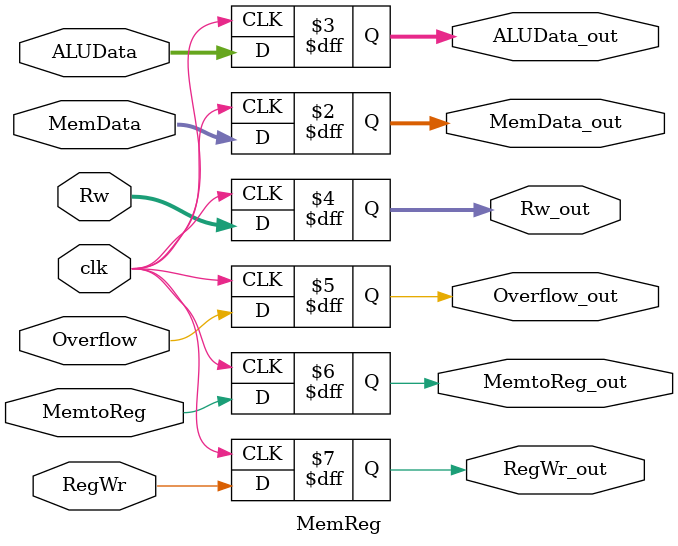
<source format=v>
module MemReg(clk, Overflow, MemData, ALUData, Rw, MemData_out, ALUData_out, Rw_out, Overflow_out, MemtoReg_out, RegWr_out, MemtoReg, RegWr);
    input clk;
    input Overflow;
    input[31:0] MemData, ALUData;
    input[4:0] Rw;
    // 控制信号
    input MemtoReg, RegWr;

    output reg[31:0] MemData_out, ALUData_out;
    output reg[4:0] Rw_out;
    output reg Overflow_out;
    output reg MemtoReg_out, RegWr_out;

    always @(negedge clk) begin
        MemData_out <= MemData;
        ALUData_out <= ALUData;
        Rw_out <= Rw;
        Overflow_out <= Overflow;
        MemtoReg_out <= MemtoReg;
        RegWr_out <= RegWr;
    end

endmodule
</source>
